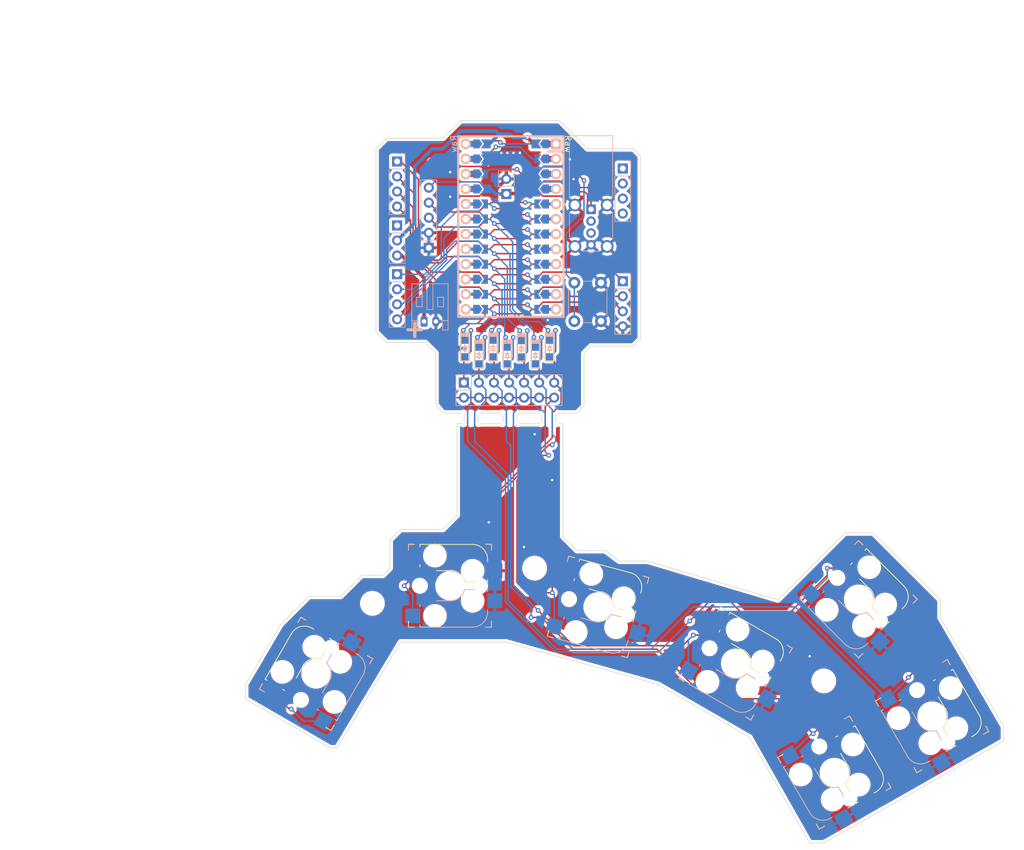
<source format=kicad_pcb>
(kicad_pcb (version 20211014) (generator pcbnew)
  (layers (0 "F.Cu" signal) (31 "B.Cu" signal) (34 "B.Paste" user) (35 "F.Paste" user) (36 "B.SilkS" user "B.Silkscreen") (37 "F.SilkS" user "F.Silkscreen") (38 "B.Mask" user) (39 "F.Mask" user) (44 "Edge.Cuts" user))
  (net 0 "")
  (net 1 "unconnected-(U1-Pad20)")
  (net 2 "RST")
  (net 3 "Bat+")
  (net 4 "row0")
  (net 5 "row1")
  (net 6 "row2")
  (net 7 "row3")
  (net 8 "row4")
  (net 9 "col0")
  (net 10 "col1")
  (net 11 "col2")
  (net 12 "col3")
  (net 13 "col4")
  (net 14 "col5")
  (net 15 "col6")
  (net 16 "GND")
  (net 17 "unconnected-(U1-Pad1)")
  (net 18 "unconnected-(U1-Pad2)")
  (net 19 "unconnected-(U1-Pad7)")
  (net 21 "Net-(D40-Pad2)")
  (net 22 "Net-(D41-Pad2)")
  (net 23 "Net-(D42-Pad2)")
  (net 24 "Net-(D43-Pad2)")
  (net 25 "Net-(D44-Pad2)")
  (net 26 "Net-(D45-Pad2)")
  (net 27 "Net-(D46-Pad2)")
  (net 28 "VCC")
  (net 29 "SDA")
  (net 30 "SCL")
  (net 34 "Net-(BT1-Pad1)")
  (footprint "mykeeb:Kailh_socket_MX_reversible_1u" (layer "F.Cu") (at 152.922666 115.377498 -45)
    (fp_text reference "K46" hide)
    (fp_text value "KEYSW")
  )
  (footprint "mykeeb:breakaway" (layer "F.Cu") (at 100.607897 83.939133)
    (fp_text reference "H3" hide)
    (fp_text value "Hole" hide)
  )
  (footprint "mykeeb:Kailh_socket_MX_reversible_1u" (layer "F.Cu") (at 165.326048 135.136051 -60)
    (fp_text reference "K45" hide)
    (fp_text value "KEYSW")
  )
  (footprint "mykeeb:my_dual_D_SOD123F_v2b" (layer "F.Cu") (at 86.453501 69.969023 -90)
    (fp_text reference "D46" hide)
    (fp_text value "DIODE" hide)
  )
  (footprint "mykeeb:my_dual_D_SOD123F_v2b" (layer "F.Cu") (at 88.834753 71.159649 -90)
    (fp_text reference "D45" hide)
    (fp_text value "DIODE" hide)
  )
  (footprint "mykeeb:breakaway" (layer "F.Cu") (at 94.059454 83.939133)
    (fp_text reference "H1" hide)
    (fp_text value "Hole" hide)
  )
  (footprint "mykeeb:my_dual_D_SOD123F_v2b" (layer "F.Cu") (at 93.597257 71.159649 -90)
    (fp_text reference "D43" hide)
    (fp_text value "DIODE" hide)
  )
  (footprint "mykeeb:Kailh_socket_MX_reversible_1u" (layer "F.Cu") (at 83.939133 113.10947)
    (fp_text reference "K41" hide)
    (fp_text value "KEYSW")
  )
  (footprint "mykeeb:my_dual_D_SOD123F_v2b" (layer "F.Cu") (at 91.216005 69.969023 -90)
    (fp_text reference "D44" hide)
    (fp_text value "DIODE" hide)
  )
  (footprint "Fiducial:Fiducial_1mm_Mask2mm" (layer "F.Cu") (at 105.965714 58.340674)
    (fp_text reference "FID3" hide)
    (fp_text value "Fiducial")
  )
  (footprint "mykeeb:Kailh_socket_MX_reversible_1.25u" (layer "F.Cu") (at 108.942279 116.681348 -15)
    (fp_text reference "K42" hide)
    (fp_text value "KEYSW")
  )
  (footprint "mykeeb:Kailh_socket_MX_reversible_1u" (layer "F.Cu") (at 148.82825 144.661059 -60)
    (fp_text reference "K44" hide)
    (fp_text value "KEYSW")
  )
  (footprint "mykeeb:breakaway" (layer "F.Cu") (at 87.511011 83.939133)
    (fp_text reference "H2" hide)
    (fp_text value "Hole" hide)
  )
  (footprint "mykeeb:Kailh_socket_MX_reversible_1u" (layer "F.Cu") (at 61.317239 127.992295 60)
    (fp_text reference "K40" hide)
    (fp_text value "KEYSW")
  )
  (footprint "MountingHole:MountingHole_3.2mm_M3" (layer "F.Cu") (at 70.842247 116.086035)
    (fp_text reference "H5" hide)
    (fp_text value "MountingHole")
  )
  (footprint "mykeeb:my_dual_D_SOD123F_v2b" (layer "F.Cu") (at 95.978509 70.018771 -90)
    (fp_text reference "D42" hide)
    (fp_text value "DIODE" hide)
  )
  (footprint "mykeeb:Kailh_socket_MX_reversible_1u" (layer "F.Cu") (at 132.159486 126.206356 -30)
    (fp_text reference "K43" hide)
    (fp_text value "KEYSW")
  )
  (footprint "Fiducial:Fiducial_1mm_Mask2mm" (layer "F.Cu") (at 80.962568 41.67191)
    (fp_text reference "FID1" hide)
    (fp_text value "Fiducial")
  )
  (footprint "MountingHole:MountingHole_3.2mm_M3" (layer "F.Cu") (at 147.042311 129.182921)
    (fp_text reference "H4" hide)
    (fp_text value "MountingHole")
  )
  (footprint "mykeeb:adapterBoard" (layer "F.Cu") (at 94.059454 58.340674)
    (fp_text reference "J1" hide)
    (fp_text value "Conn_01x16_Female")
  )
  (footprint "Fiducial:Fiducial_1mm_Mask2mm" (layer "F.Cu") (at 104.775088 80.962568)
    (fp_text reference "FID2" hide)
    (fp_text value "Fiducial")
  )
  (footprint "mykeeb:my_dual_D_SOD123F_v2b" (layer "F.Cu") (at 98.359761 71.159649 -90)
    (fp_text reference "D41" hide)
    (fp_text value "DIODE" hide)
  )
  (footprint "MountingHole:MountingHole_3.2mm_M3" (layer "F.Cu") (at 98.226645 110.132905)
    (fp_text reference "H6" hide)
    (fp_text value "MountingHole")
  )
  (footprint "mykeeb:my_dual_D_SOD123F_v2b" (layer "F.Cu") (at 100.741013 69.969023 -90)
    (fp_text reference "D40" hide)
    (fp_text value "DIODE" hide)
  )
  (footprint "Connector_PinHeader_2.54mm:PinHeader_2x07_P2.54mm_Vertical" (layer "B.Cu") (at 86.285257 78.789718 -90)
    (fp_text reference "J3" hide)
    (fp_text value "Conn_02x07_Odd_Even")
  )
  (footprint "Connector_PinHeader_2.54mm:PinHeader_1x03_P2.54mm_Vertical" (layer "B.Cu") (at 75.009438 52.243796 180)
    (fp_text reference "SW2" hide)
    (fp_text value "SW_SPDT")
  )
  (footprint "Connector_PinSocket_2.54mm:PinSocket_1x05_P2.54mm_Vertical" (layer "B.Cu") (at 80.367152 56.018755)
    (fp_text reference "J11" hide)
    (fp_text value "Conn_01x05")
  )
  (footprint "Connector_USB:USB_A_Wuerth_614004134726_Horizontal" (layer "B.Cu") (at 107.751653 49.519727 -90)
    (fp_text reference "J4" hide)
    (fp_text value "USB_A")
  )
  (footprint "mykeeb:my_reversible_Pro_Micro" (layer "B.Cu") (at 94.219196 52.437182 -90)
    (fp_text reference "U1" hide)
    (fp_text value "ProMicro" hide)
  )
  (footprint "Connector_PinHeader_2.54mm:PinHeader_1x02_P2.54mm_Vertical" (layer "B.Cu") (at 93.448853 46.930312)
    (fp_text reference "J2" hide)
    (fp_text value "Conn_01x02")
  )
  (footprint "Button_Switch_THT:SW_PUSH_6mm" (layer "B.Cu") (at 104.931237 61.912552 -90)
    (fp_text reference "SW1" hide)
    (fp_text value "SW_Push")
  )
  (footprint "Connector_JST:JST_PH_S2B-PH-K_1x02_P2.00mm_Horizontal" (layer "B.Cu") (at 79.557881 68.460995)
    (fp_text reference "BT1" hide)
    (fp_text value "Battery_Cell")
  )
  (gr_rect (start 88.701637 83.939133) (end 92.868828 85.725072) (layer "Edge.Cuts") (width 0.1) (fill none))
  (gr_rect (start 95.25008 83.939133) (end 99.417271 85.725072) (layer "Edge.Cuts") (width 0.1) (fill none))
  (gr_poly (pts (xy 107.15634 39.290658) (xy 114.895409 39.290658) (xy 116.086035 40.481284) (xy 116.086035 71.43756) (xy 114.895409 72.628186) (xy 107.751653 72.628186) (xy 106.561027 73.818812) (xy 106.561027 82.748507) (xy 105.370401 83.939133) (xy 101.798523 83.939133) (xy 101.798523 85.725072) (xy 102.989149 85.725072) (xy 102.989149 104.775088) (xy 105.370401 107.15634) (xy 110.132905 107.15634) (xy 112.514157 108.942279) (xy 117.276661 108.942279) (xy 139.303242 115.490722) (xy 150.614189 104.179775) (xy 155.376693 104.179775) (xy 166.68764 115.490722) (xy 166.68764 118.467287) (xy 177.403274 136.92199) (xy 177.403274 139.303242) (xy 147.042311 156.567319) (xy 144.661059 156.567319) (xy 134.540738 138.707929) (xy 119.0626 129.778234) (xy 93.464141 122.634478) (xy 75.604751 122.634478) (xy 64.889117 140.493868) (xy 63.698491 140.493868) (xy 49.410979 132.223597) (xy 49.410979 129.778234) (xy 55.364109 119.657913) (xy 60.126613 114.895409) (xy 65.48443 114.895409) (xy 69.056308 111.323531) (xy 72.628186 111.323531) (xy 73.818812 110.132905) (xy 73.818812 105.370401) (xy 75.604751 103.584462) (xy 82.748507 103.584462) (xy 85.129759 101.20321) (xy 85.129759 85.725072) (xy 86.320385 85.725072) (xy 86.320385 83.939133) (xy 82.748507 83.939133) (xy 81.557881 82.520344) (xy 81.557881 73.818812) (xy 79.771942 72.032873) (xy 73.223499 72.032873) (xy 71.43756 70.246934) (xy 71.43756 39.290658) (xy 73.223499 37.504719) (xy 82.748507 37.504719) (xy 85.725072 34.528154) (xy 102.418733 34.528154)) (layer "Edge.Cuts") (width 0.1) (fill none))
  (gr_text "+" (at 77.986003 69.651621) (layer "B.SilkS") (effects (font (size 3 3) (thickness 0.5)) (justify mirror)))
  (gr_text "+" (at 77.986003 69.651621) (layer "F.SilkS") (effects (font (size 3 3) (thickness 0.5))))
  (segment (start 97.775196 48.627182) (end 97.013196 49.389182) (width 0.25) (layer "F.Cu") (net 1))
  (segment (start 98.689196 48.627182) (end 97.775196 48.627182) (width 0.25) (layer "F.Cu") (net 1))
  (segment (start 97.013196 49.389182) (end 91.425196 49.389182) (width 0.25) (layer "F.Cu") (net 1))
  (via (at 91.425196 49.389182) (size 0.8) (drill 0.4) (layers "F.Cu" "B.Cu") (net 1))
  (segment (start 89.827196 48.627182) (end 90.663196 48.627182) (width 0.25) (layer "B.Cu") (net 1))
  (segment (start 90.663196 48.627182) (end 91.425196 49.389182) (width 0.25) (layer "B.Cu") (net 1))
  (segment (start 96.701071 43.547182) (end 96.018853 43.547182) (width 0.25) (layer "F.Cu") (net 2))
  (segment (start 98.689196 43.288242) (end 99.631067 42.346371) (width 0.25) (layer "F.Cu") (net 2))
  (segment (start 96.018853 43.547182) (end 95.234792 42.763121) (width 0.25) (layer "F.Cu") (net 2))
  (segment (start 99.631067 42.346371) (end 104.258923 42.346371) (width 0.25) (layer "F.Cu") (net 2))
  (segment (start 104.258923 42.346371) (end 106.561027 44.648475) (width 0.25) (layer "F.Cu") (net 2))
  (segment (start 98.689196 43.547182) (end 96.701071 43.547182) (width 0.25) (layer "F.Cu") (net 2))
  (segment (start 98.689196 43.547182) (end 98.689196 43.288242) (width 0.25) (layer "F.Cu") (net 2))
  (via (at 106.561027 44.648475) (size 0.8) (drill 0.4) (layers "F.Cu" "B.Cu") (net 2))
  (via (at 95.234792 42.763121) (size 0.8) (drill 0.4) (layers "F.Cu" "B.Cu") (net 2))
  (segment (start 90.611257 42.763121) (end 89.827196 43.547182) (width 0.25) (layer "B.Cu") (net 2))
  (segment (start 103.584462 53.57817) (end 103.584462 60.565777) (width 0.25) (layer "B.Cu") (net 2))
  (segment (start 95.234792 42.763121) (end 90.611257 42.763121) (width 0.25) (layer "B.Cu") (net 2))
  (segment (start 103.584462 60.565777) (end 104.931237 61.912552) (width 0.25) (layer "B.Cu") (net 2))
  (segment (start 106.561027 50.601605) (end 103.584462 53.57817) (width 0.25) (layer "B.Cu") (net 2))
  (segment (start 104.931237 68.506267) (end 104.931237 62.006267) (width 0.25) (layer "B.Cu") (net 2))
  (segment (start 106.561027 44.648475) (end 106.561027 50.601605) (width 0.25) (layer "B.Cu") (net 2))
  (segment (start 98.082609 38.467182) (end 97.020731 37.405304) (width 0.6) (layer "F.Cu") (net 3))
  (segment (start 98.689196 38.467182) (end 98.082609 38.467182) (width 0.25) (layer "F.Cu") (net 3))
  (via (at 97.020731 37.405304) (size 0.8) (drill 0.4) (layers "F.Cu" "B.Cu") (net 3))
  (segment (start 92.258227 36.809991) (end 92.1741 36.809991) (width 0.6) (layer "B.Cu") (net 3))
  (segment (start 94.044166 36.809991) (end 94.639479 37.405304) (width 0.6) (layer "B.Cu") (net 3))
  (segment (start 92.85354 36.809991) (end 94.044166 36.809991) (width 0.6) (layer "B.Cu") (net 3))
  (segment (start 80.962568 39.290658) (end 77.986003 42.267223) (width 0.6) (layer "B.Cu") (net 3))
  (segment (start 94.639479 37.405304) (end 95.830105 37.405304) (width 0.6) (layer "B.Cu") (net 3))
  (segment (start 77.986003 42.267223) (end 77.986003 51.807231) (width 0.6) (layer "B.Cu") (net 3))
  (segment (start 89.827196 38.467182) (end 90.601036 38.467182) (width 0.25) (layer "B.Cu") (net 3))
  (segment (start 90.601036 38.467182) (end 92.258227 36.809991) (width 0.6) (layer "B.Cu") (net 3))
  (segment (start 91.678202 36.314093) (end 85.725072 36.314093) (width 0.6) (layer "B.Cu") (net 3))
  (segment (start 92.258227 36.809991) (end 92.85354 36.809991) (width 0.6) (layer "B.Cu") (net 3))
  (segment (start 92.1741 36.809991) (end 91.678202 36.314093) (width 0.6) (layer "B.Cu") (net 3))
  (segment (start 82.748507 39.290658) (end 80.962568 39.290658) (width 0.6) (layer "B.Cu") (net 3))
  (segment (start 77.986003 51.807231) (end 75.009438 54.783796) (width 0.6) (layer "B.Cu") (net 3))
  (segment (start 85.725072 36.314093) (end 82.748507 39.290658) (width 0.6) (layer "B.Cu") (net 3))
  (segment (start 95.830105 37.405304) (end 97.020731 37.405304) (width 0.6) (layer "B.Cu") (net 3))
  (segment (start 80.111927 58.112552) (end 78.606316 56.606941) (width 0.25) (layer "F.Cu") (net 4))
  (segment (start 82.178194 58.112552) (end 80.111927 58.112552) (width 0.25) (layer "F.Cu") (net 4))
  (segment (start 78.606316 44.420353) (end 75.62971 41.443747) (width 0.25) (layer "F.Cu") (net 4))
  (segment (start 88.748947 54.907993) (end 85.382753 54.907993) (width 0.25) (layer "F.Cu") (net 4))
  (segment (start 85.382753 54.907993) (end 82.178194 58.112552) (width 0.25) (layer "F.Cu") (net 4))
  (segment (start 89.829196 55.988242) (end 88.748947 54.907993) (width 0.25) (layer "F.Cu") (net 4))
  (segment (start 89.829196 56.247182) (end 89.829196 55.988242) (width 0.25) (layer "F.Cu") (net 4))
  (segment (start 90.663196 56.247182) (end 89.829196 56.247182) (width 0.25) (layer "F.Cu") (net 4))
  (segment (start 78.606316 56.606941) (end 78.606316 44.420353) (width 0.25) (layer "F.Cu") (net 4))
  (segment (start 97.013196 55.485182) (end 91.425196 55.485182) (width 0.25) (layer "F.Cu") (net 4))
  (segment (start 75.62971 41.443747) (end 75.034335 41.443747) (width 0.25) (layer "F.Cu") (net 4))
  (segment (start 91.425196 55.485182) (end 90.663196 56.247182) (width 0.25) (layer "F.Cu") (net 4))
  (via (at 97.013196 55.485182) (size 0.8) (drill 0.4) (layers "F.Cu" "B.Cu") (net 4))
  (segment (start 98.687196 56.247182) (end 97.775196 56.247182) (width 0.25) (layer "B.Cu") (net 4))
  (segment (start 97.775196 56.247182) (end 97.013196 55.485182) (width 0.25) (layer "B.Cu") (net 4))
  (segment (start 89.829196 58.528242) (end 88.818193 57.517239) (width 0.25) (layer "F.Cu") (net 5))
  (segment (start 91.425196 58.025182) (end 90.663196 58.787182) (width 0.25) (layer "F.Cu") (net 5))
  (segment (start 90.663196 58.787182) (end 89.829196 58.787182) (width 0.25) (layer "F.Cu") (net 5))
  (segment (start 89.829196 58.787182) (end 89.829196 58.528242) (width 0.25) (layer "F.Cu") (net 5))
  (segment (start 79.92573 58.562072) (end 78.156796 56.793138) (width 0.25) (layer "F.Cu") (net 5))
  (segment (start 78.156796 56.793138) (end 78.156796 47.106208) (width 0.25) (layer "F.Cu") (net 5))
  (segment (start 82.364391 58.562072) (end 79.92573 58.562072) (width 0.25) (layer "F.Cu") (net 5))
  (segment (start 83.409225 57.517239) (end 82.364391 58.562072) (width 0.25) (layer "F.Cu") (net 5))
  (segment (start 97.013196 58.025182) (end 91.425196 58.025182) (width 0.25) (layer "F.Cu") (net 5))
  (segment (start 88.818193 57.517239) (end 83.409225 57.517239) (width 0.25) (layer "F.Cu") (net 5))
  (segment (start 78.156796 47.106208) (end 75.034335 43.983747) (width 0.25) (layer "F.Cu") (net 5))
  (via (at 97.013196 58.025182) (size 0.8) (drill 0.4) (layers "F.Cu" "B.Cu") (net 5))
  (segment (start 98.687196 58.787182) (end 97.775196 58.787182) (width 0.25) (layer "B.Cu") (net 5))
  (segment (start 97.775196 58.787182) (end 97.013196 58.025182) (width 0.25) (layer "B.Cu") (net 5))
  (segment (start 77.707276 56.979335) (end 77.707276 49.196688) (width 0.25) (layer "F.Cu") (net 6))
  (segment (start 90.663196 61.327182) (end 89.829196 61.327182) (width 0.25) (layer "F.Cu") (net 6))
  (segment (start 97.013196 60.565182) (end 91.425196 60.565182) (width 0.25) (layer "F.Cu") (net 6))
  (segment (start 88.887325 60.126371) (end 80.854312 60.126371) (width 0.25) (layer "F.Cu") (net 6))
  (segment (start 89.829196 61.068242) (end 88.887325 60.126371) (width 0.25) (layer "F.Cu") (net 6))
  (segment (start 91.425196 60.565182) (end 90.663196 61.327182) (width 0.25) (layer "F.Cu") (net 6))
  (segment (start 80.854312 60.126371) (end 77.707276 56.979335) (width 0.25) (layer "F.Cu") (net 6))
  (segment (start 77.707276 49.196688) (end 75.034335 46.523747) (width 0.25) (layer "F.Cu") (net 6))
  (via (at 97.013196 60.565182) (size 0.8) (drill 0.4) (layers "F.Cu" "B.Cu") (net 6))
  (segment (start 97.775196 61.327182) (end 97.013196 60.565182) (width 0.25) (layer "B.Cu") (net 6))
  (segment (start 98.687196 61.327182) (end 97.775196 61.327182) (width 0.25) (layer "B.Cu") (net 6))
  (segment (start 91.425196 63.105182) (end 90.663196 63.867182) (width 0.25) (layer "F.Cu") (net 7))
  (segment (start 97.013196 63.105182) (end 91.425196 63.105182) (width 0.25) (layer "F.Cu") (net 7))
  (segment (start 88.887325 62.666371) (end 82.758594 62.666371) (width 0.25) (layer "F.Cu") (net 7))
  (segment (start 82.758594 62.666371) (end 77.257756 57.165532) (width 0.25) (layer "F.Cu") (net 7))
  (segment (start 89.829196 63.608242) (end 88.887325 62.666371) (width 0.25) (layer "F.Cu") (net 7))
  (segment (start 77.257756 51.287168) (end 75.034335 49.063747) (width 0.25) (layer "F.Cu") (net 7))
  (segment (start 77.257756 57.165532) (end 77.257756 51.287168) (width 0.25) (layer "F.Cu") (net 7))
  (segment (start 89.829196 63.867182) (end 89.829196 63.608242) (width 0.25) (layer "F.Cu") (net 7))
  (segment (start 90.663196 63.867182) (end 89.829196 63.867182) (width 0.25) (layer "F.Cu") (net 7))
  (via (at 97.013196 63.105182) (size 0.8) (drill 0.4) (layers "F.Cu" "B.Cu") (net 7))
  (segment (start 98.687196 63.867182) (end 97.775196 63.867182) (width 0.25) (layer "B.Cu") (net 7))
  (segment (start 97.775196 63.867182) (end 97.013196 63.105182) (width 0.25) (layer "B.Cu") (net 7))
  (segment (start 84.380249 80.734405) (end 84.380249 70.018771) (width 0.25) (layer "F.Cu") (net 8))
  (segment (start 93.905257 81.329718) (end 91.365257 81.329718) (width 0.25) (layer "F.Cu") (net 8))
  (segment (start 100.012584 86.915698) (end 99.417271 87.511011) (width 0.25) (layer "F.Cu") (net 8))
  (segment (start 89.829196 67.546389) (end 89.829196 66.407182) (width 0.25) (layer "F.Cu") (net 8))
  (segment (start 97.013196 65.645182) (end 91.425196 65.645182) (width 0.25) (layer "F.Cu") (net 8))
  (segment (start 85.570875 68.828145) (end 88.54744 68.828145) (width 0.25) (layer "F.Cu") (net 8))
  (segment (start 101.525257 81.329718) (end 100.012584 82.842391) (width 0.25) (layer "F.Cu") (net 8))
  (segment (start 98.985257 81.329718) (end 96.445257 81.329718) (width 0.25) (layer "F.Cu") (net 8))
  (segment (start 84.380249 70.018771) (end 85.570875 68.828145) (width 0.25) (layer "F.Cu") (net 8))
  (segment (start 88.825257 81.329718) (end 86.285257 81.329718) (width 0.25) (layer "F.Cu") (net 8))
  (segment (start 91.425196 65.645182) (end 90.663196 66.407182) (width 0.25) (layer "F.Cu") (net 8))
  (segment (start 91.365257 81.329718) (end 88.825257 81.329718) (width 0.25) (layer "F.Cu") (net 8))
  (segment (start 101.525257 81.329718) (end 98.985257 81.329718) (width 0.25) (layer "F.Cu") (net 8))
  (segment (start 86.285257 81.329718) (end 84.975562 81.329718) (width 0.25) (layer "F.Cu") (net 8))
  (segment (start 96.445257 81.329718) (end 93.905257 81.329718) (width 0.25) (layer "F.Cu") (net 8))
  (segment (start 100.012584 82.842391) (end 100.012584 86.915698) (width 0.25) (layer "F.Cu") (net 8))
  (segment (start 90.663196 66.407182) (end 89.829196 66.407182) (width 0.25) (layer "F.Cu") (net 8))
  (segment (start 99.417271 87.511011) (end 98.226645 87.511011) (width 0.25) (layer "F.Cu") (net 8))
  (segment (start 84.975562 81.329718) (end 84.380249 80.734405) (width 0.25) (layer "F.Cu") (net 8))
  (segment (start 88.54744 68.828145) (end 89.829196 67.546389) (width 0.25) (layer "F.Cu") (net 8))
  (via (at 97.013196 65.645182) (size 0.8) (drill 0.4) (layers "F.Cu" "B.Cu") (net 8))
  (via (at 101.20321 95.25008) (size 0.8) (drill 0.4) (layers "F.Cu" "B.Cu") (net 8))
  (via (at 98.226645 87.511011) (size 0.8) (drill 0.4) (layers "F.Cu" "B.Cu") (net 8))
  (via (at 96.440706 106.561027) (size 0.8) (drill 0.4) (layers "F.Cu" "B.Cu") (net 8))
  (via (at 90.487576 102.393836) (size 0.8) (drill 0.4) (layers "F.Cu" "B.Cu") (net 8))
  (via (at 144.661059 125.01573) (size 0.8) (drill 0.4) (layers "F.Cu" "B.Cu") (net 8))
  (segment (start 98.687196 66.407182) (end 97.775196 66.407182) (width 0.25) (layer "B.Cu") (net 8))
  (segment (start 97.775196 66.407182) (end 97.013196 65.645182) (width 0.25) (layer "B.Cu") (net 8))
  (segment (start 97.775196 51.167182) (end 97.013196 51.929182) (width 0.25) (layer "F.Cu") (net 9))
  (segment (start 97.013196 51.929182) (end 91.425196 51.929182) (width 0.25) (layer "F.Cu") (net 9))
  (segment (start 98.689196 51.167182) (end 97.775196 51.167182) (width 0.25) (layer "F.Cu") (net 9))
  (via (at 91.425196 51.929182) (size 0.8) (drill 0.4) (layers "F.Cu" "B.Cu") (net 9))
  (segment (start 99.015652 68.497662) (end 96.61883 68.497662) (width 0.25) (layer "B.Cu") (net 9))
  (segment (start 89.827196 50.908242) (end 88.746947 49.827993) (width 0.25) (layer "B.Cu") (net 9))
  (segment (start 94.521115 55.025101) (end 91.425196 51.929182) (width 0.25) (layer "B.Cu") (net 9))
  (segment (start 82.469677 57.699711) (end 79.675627 60.493763) (width 0.25) (layer "B.Cu") (net 9))
  (segment (start 94.521115 66.399947) (end 94.521115 55.025101) (width 0.25) (layer "B.Cu") (net 9))
  (segment (start 85.104792 49.827993) (end 82.469677 52.463108) (width 0.25) (layer "B.Cu") (net 9))
  (segment (start 82.469677 52.463108) (end 82.469677 57.699711) (width 0.25) (layer "B.Cu") (net 9))
  (segment (start 96.61883 68.497662) (end 94.521115 66.399947) (width 0.25) (layer "B.Cu") (net 9))
  (segment (start 89.827196 51.167182) (end 89.827196 50.908242) (width 0.25) (layer "B.Cu") (net 9))
  (segment (start 88.746947 49.827993) (end 85.104792 49.827993) (width 0.25) (layer "B.Cu") (net 9))
  (segment (start 89.827196 51.167182) (end 90.663196 51.167182) (width 0.25) (layer "B.Cu") (net 9))
  (segment (start 90.663196 51.167182) (end 91.425196 51.929182) (width 0.25) (layer "B.Cu") (net 9))
  (segment (start 79.675627 60.493763) (end 75.034335 60.493763) (width 0.25) (layer "B.Cu") (net 9))
  (segment (start 100.487013 69.969023) (end 99.015652 68.497662) (width 0.25) (layer "B.Cu") (net 9))
  (segment (start 97.013196 54.469182) (end 91.425196 54.469182) (width 0.25) (layer "F.Cu") (net 10))
  (segment (start 97.775196 53.707182) (end 97.013196 54.469182) (width 0.25) (layer "F.Cu") (net 10))
  (segment (start 98.689196 53.707182) (end 97.775196 53.707182) (width 0.25) (layer "F.Cu") (net 10))
  (via (at 91.425196 54.469182) (size 0.8) (drill 0.4) (layers "F.Cu" "B.Cu") (net 10))
  (segment (start 90.663196 53.707182) (end 91.425196 54.469182) (width 0.25) (layer "B.Cu") (net 10))
  (segment (start 96.947534 68.947182) (end 98.105761 70.105409) (width 0.25) (layer "B.Cu") (net 10))
  (segment (start 77.771342 63.033763) (end 75.034335 63.033763) (width 0.25) (layer "B.Cu") (net 10))
  (segment (start 89.827196 53.707182) (end 90.663196 53.707182) (width 0.25) (layer "B.Cu") (net 10))
  (segment (start 91.425196 54.469182) (end 94.071595 57.115581) (width 0.25) (layer "B.Cu") (net 10))
  (segment (start 94.071595 66.586144) (end 96.432633 68.947182) (width 0.25) (layer "B.Cu") (net 10))
  (segment (start 82.919197 54.39484) (end 82.919197 57.885908) (width 0.25) (layer "B.Cu") (net 10))
  (segment (start 98.105761 70.105409) (end 98.105761 71.159649) (width 0.25) (layer "B.Cu") (net 10))
  (segment (start 84.807666 52.506371) (end 82.919197 54.39484) (width 0.25) (layer "B.Cu") (net 10))
  (segment (start 88.885325 52.506371) (end 84.807666 52.506371) (width 0.25) (layer "B.Cu") (net 10))
  (segment (start 96.432633 68.947182) (end 96.947534 68.947182) (width 0.25) (layer "B.Cu") (net 10))
  (segment (start 82.919197 57.885908) (end 77.771342 63.033763) (width 0.25) (layer "B.Cu") (net 10))
  (segment (start 89.827196 53.448242) (end 88.885325 52.506371) (width 0.25) (layer "B.Cu") (net 10))
  (segment (start 89.827196 53.707182) (end 89.827196 53.448242) (width 0.25) (layer "B.Cu") (net 10))
  (segment (start 94.071595 57.115581) (end 94.071595 66.586144) (width 0.25) (layer "B.Cu") (net 10))
  (segment (start 97.775196 56.247182) (end 97.013196 57.009182) (width 0.25) (layer "F.Cu") (net 11))
  (segment (start 97.013196 57.009182) (end 91.425196 57.009182) (width 0.25) (layer "F.Cu") (net 11))
  (segment (start 98.689196 56.247182) (end 97.775196 56.247182) (width 0.25) (layer "F.Cu") (net 11))
  (via (at 91.425196 57.009182) (size 0.8) (drill 0.4) (layers "F.Cu" "B.Cu") (net 11))
  (segment (start 89.827196 56.247182) (end 89.827196 55.988242) (width 0.25) (layer "B.Cu") (net 11))
  (segment (start 90.663196 56.247182) (end 91.425196 57.009182) (width 0.25) (layer "B.Cu") (net 11))
  (segment (start 93.622075 67.916337) (end 95.724509 70.018771) (width 0.25) (layer "B.Cu") (net 11))
  (segment (start 84.787296 54.907993) (end 83.368717 56.326572) (width 0.25) (layer "B.Cu") (net 11))
  (segment (start 93.622075 59.206061) (end 93.622075 67.916337) (width 0.25) (layer "B.Cu") (net 11))
  (segment (start 91.425196 57.009182) (end 93.622075 59.206061) (width 0.25) (layer "B.Cu") (net 11))
  (segment (start 89.827196 56.247182) (end 90.663196 56.247182) (width 0.25) (layer "B.Cu") (net 11))
  (segment (start 75.86706 65.573763) (end 75.034335 65.573763) (width 0.25) (layer "B.Cu") (net 11))
  (segment (start 83.368717 58.072106) (end 75.86706 65.573763) (width 0.25) (layer "B.Cu") (net 11))
  (segment (start 88.746947 54.907993) (end 84.787296 54.907993) (width 0.25) (layer "B.Cu") (net 11))
  (segment (start 83.368717 56.326572) (end 83.368717 58.072106) (width 0.25) (layer "B.Cu") (net 11))
  (segment (start 89.827196 55.988242) (end 88.746947 54.907993) (width 0.25) (layer "B.Cu") (net 11))
  (segment (start 98.689196 58.787182) (end 97.775196 58.787182) (width 0.25) (layer "F.Cu") (net 12))
  (segment (start 97.775196 58.787182) (end 97.013196 59.549182) (width 0.25) (layer "F.Cu") (net 12))
  (segment (start 97.013196 59.549182) (end 91.425196 59.549182) (width 0.25) (layer "F.Cu") (net 12))
  (via (at 91.425196 59.549182) (size 0.8) (drill 0.4) (layers "F.Cu" "B.Cu") (net 12))
  (segment (start 76.820274 66.327824) (end 75.034335 68.113763) (width 0.25) (layer "B.Cu") (net 12))
  (segment (start 89.827196 58.787182) (end 90.663196 58.787182) (width 0.25) (layer "B.Cu") (net 12))
  (segment (start 89.827196 58.528242) (end 88.746947 57.447993) (width 0.25) (layer "B.Cu") (net 12))
  (segment (start 89.827196 58.787182) (end 89.827196 58.528242) (width 0.25) (layer "B.Cu") (net 12))
  (segment (start 90.663196 58.787182) (end 91.425196 59.549182) (width 0.25) (layer "B.Cu") (net 12))
  (segment (start 93.172555 61.296541) (end 93.172555 70.988947) (width 0.25) (layer "B.Cu") (net 12))
  (segment (start 76.820274 65.256267) (end 76.820274 66.327824) (width 0.25) (layer "B.Cu") (net 12))
  (segment (start 84.628548 57.447993) (end 76.820274 65.256267) (width 0.25) (layer "B.Cu") (net 12))
  (segment (start 88.746947 57.447993) (end 84.628548 57.447993) (width 0.25) (layer "B.Cu") (net 12))
  (segment (start 91.425196 59.549182) (end 93.172555 61.296541) (width 0.25) (layer "B.Cu") (net 12))
  (segment (start 93.172555 70.988947) (end 93.343257 71.159649) (width 0.25) (layer "B.Cu") (net 12))
  (segment (start 98.689196 61.068242) (end 99.631067 60.126371) (width 0.25) (layer "F.Cu") (net 13))
  (segment (start 98.689196 61.327182) (end 97.775196 61.327182) (width 0.25) (layer "F.Cu") (net 13))
  (segment (start 97.775196 61.327182) (end 97.013196 62.089182) (width 0.25) (layer "F.Cu") (net 13))
  (segment (start 98.689196 61.327182) (end 98.689196 61.068242) (width 0.25) (layer "F.Cu") (net 13))
  (segment (start 111.576349 60.126371) (end 113.134367 61.684389) (width 0.25) (layer "F.Cu") (net 13))
  (segment (start 99.631067 60.126371) (end 111.576349 60.126371) (width 0.25) (layer "F.Cu") (net 13))
  (segment (start 97.013196 62.089182) (end 91.425196 62.089182) (width 0.25) (layer "F.Cu") (net 13))
  (via (at 91.425196 62.089182) (size 0.8) (drill 0.4) (layers "F.Cu" "B.Cu") (net 13))
  (segment (start 91.425196 62.089182) (end 92.723035 63.387021) (width 0.25) (layer "B.Cu") (net 13))
  (segment (start 92.723035 63.387021) (end 92.723035 68.264833) (width 0.25) (layer "B.Cu") (net 13))
  (segment (start 90.663196 61.327182) (end 91.425196 62.089182) (width 0.25) (layer "B.Cu") (net 13))
  (segment (start 92.723035 68.264833) (end 91.018845 69.969023) (width 0.25) (layer "B.Cu") (net 13))
  (segment (start 91.018845 69.969023) (end 90.962005 69.969023) (width 0.25) (layer "B.Cu") (net 13))
  (segment (start 89.827196 61.327182) (end 90.663196 61.327182) (width 0.25) (layer "B.Cu") (net 13))
  (segment (start 104.36342 64.224389) (end 113.134367 64.224389) (width 0.25) (layer "F.Cu") (net 14))
  (segment (start 99.631067 62.666371) (end 102.805402 62.666371) (width 0.25) (layer "F.Cu") (net 14))
  (segment (start 98.689196 63.867182) (end 98.689196 63.608242) (width 0.25) (layer "F.Cu") (net 14))
  (segment (start 97.775196 63.867182) (end 97.013196 64.629182) (width 0.25) (layer "F.Cu") (net 14))
  (segment (start 102.805402 62.666371) (end 104.36342 64.224389) (width 0.25) (layer "F.Cu") (net 14))
  (segment (start 97.013196 64.629182) (end 91.425196 64.629182) (width 0.25) (layer "F.Cu") (net 14))
  (segment (start 98.689196 63.867182) (end 97.775196 63.867182) (width 0.25) (layer "F.Cu") (net 14))
  (segment (start 98.689196 63.608242) (end 99.631067 62.666371) (width 0.25) (layer "F.Cu") (net 14))
  (via (at 91.425196 64.629182) (size 0.8) (drill 0.4) (layers "F.Cu" "B.Cu") (net 14))
  (segment (start 92.273515 65.477501) (end 92.273515 68.078635) (width 0.25) (layer "B.Cu") (net 14))
  (segment (start 91.973525 68.378625) (end 91.361777 68.378625) (width 0.25) (layer "B.Cu") (net 14))
  (segment (start 92.273515 68.078635) (end 91.973525 68.378625) (width 0.25) (layer "B.Cu") (net 14))
  (segment (start 89.827196 63.867182) (end 90.663196 63.867182) (width 0.25) (layer "B.Cu") (net 14))
  (segment (start 90.663196 63.867182) (end 91.425196 64.629182) (width 0.25) (layer "B.Cu") (net 14))
  (segment (start 91.425196 64.629182) (end 92.273515 65.477501) (width 0.25) (layer "B.Cu") (net 14))
  (segment (start 91.361777 68.378625) (end 88.580753 71.159649) (width 0.25) (layer "B.Cu") (net 14))
  (segment (start 97.775196 66.407182) (end 97.013196 67.169182) (width 0.25) (layer "F.Cu") (net 15))
  (segment (start 98.689196 66.407182) (end 97.775196 66.407182) (width 0.25) (layer "F.Cu") (net 15))
  (segment (start 98.689196 66.148242) (end 99.631067 65.206371) (width 0.25) (layer "F.Cu") (net 15))
  (segment (start 111.576349 65.206371) (end 113.134367 66.764389) (width 0.25) (layer "F.Cu") (net 15))
  (segment (start 99.631067 65.206371) (end 111.576349 65.206371) (width 0.25) (layer "F.Cu") (net 15))
  (segment (start 98.689196 66.407182) (end 98.689196 66.148242) (width 0.25) (layer "F.Cu") (net 15))
  (segment (start 97.013196 67.169182) (end 91.425196 67.169182) (width 0.25) (layer "F.Cu") (net 15))
  (via (at 91.425196 67.169182) (size 0.8) (drill 0.4) (layers "F.Cu" "B.Cu") (net 15))
  (segment (start 90.663196 66.407182) (end 91.425196 67.169182) (width 0.25) (layer "B.Cu") (net 15))
  (segment (start 89.766233 68.828145) (end 91.425196 67.169182) (width 0.25) (layer "B.Cu") (net 15))
  (segment (start 89.827196 66.407182) (end 90.663196 66.407182) (width 0.25) (layer "B.Cu") (net 15))
  (segment (start 87.340379 68.828145) (end 89.766233 68.828145) (width 0.25) (layer "B.Cu") (net 15))
  (segment (start 86.199501 69.969023) (end 87.340379 68.828145) (width 0.25) (layer "B.Cu") (net 15))
  (segment (start 89.829196 46.346122) (end 88.887325 47.287993) (width 0.25) (layer "F.Cu") (net 16))
  (segment (start 88.887325 47.287993) (end 84.927824 47.287993) (width 0.25) (layer "F.Cu") (net 16))
  (segment (start 89.139197 42.277183) (end 84.916677 42.277183) (width 0.25) (layer "F.Cu") (net 16))
  (segment (start 84.073058 47.287993) (end 83.964133 47.396918) (width 0.25) (layer "F.Cu") (net 16))
  (segment (start 98.689196 41.007182) (end 98.283196 41.007182) (width 0.25) (layer "F.Cu") (net 16))
  (segment (start 89.829196 46.087182) (end 89.829196 46.346122) (width 0.25) (layer "F.Cu") (net 16))
  (segment (start 84.927824 47.287993) (end 84.073058 47.287993) (width 0.25) (layer "F.Cu") (net 16))
  (segment (start 90.409196 46.087182) (end 91.751983 46.087182) (width 0.6) (layer "F.Cu") (net 16))
  (segment (start 93.448853 42.285525) (end 95.743196 39.991182) (width 0.6) (layer "F.Cu") (net 16))
  (segment (start 97.013196 39.991182) (end 95.743196 39.991182) (width 0.6) (layer "F.Cu") (net 16))
  (segment (start 93.448853 44.390312) (end 93.448853 42.285525) (width 0.6) (layer "F.Cu") (net 16))
  (segment (start 90.409196 43.547182) (end 93.965196 39.991182) (width 0.6) (layer "F.Cu") (net 16))
  (segment (start 93.965196 39.991182) (end 95.743196 39.991182) (width 0.6) (layer "F.Cu") (net 16))
  (segment (start 89.829196 46.087182) (end 90.409196 46.087182) (width 0.25) (layer "F.Cu") (net 16))
  (segment (start 97.267196 40.245182) (end 97.013196 39.991182) (width 0.6) (layer "F.Cu") (net 16))
  (segment (start 89.829196 43.547182) (end 90.409196 43.547182) (width 0.25) (layer "F.Cu") (net 16))
  (segment (start 91.751983 46.087182) (end 93.448853 44.390312) (width 0.6) (layer "F.Cu") (net 16))
  (segment (start 98.029196 41.007182) (end 97.267196 40.245182) (width 0.6) (layer "F.Cu") (net 16))
  (segment (start 98.283196 41.007182) (end 98.029196 41.007182) (width 0.25) (layer "F.Cu") (net 16))
  (segment (start 90.409196 43.547182) (end 89.139197 42.277183) (width 0.25) (layer "F.Cu") (net 16))
  (segment (start 84.916677 42.277183) (end 83.964133 43.229727) (width 0.25) (layer "F.Cu") (net 16))
  (via (at 100.4537 68.232832) (size 0.8) (drill 0.4) (layers "F.Cu" "B.Cu") (net 16))
  (via (at 83.964133 43.229727) (size 0.8) (drill 0.4) (layers "F.Cu" "B.Cu") (net 16))
  (via (at 95.743196 39.991182) (size 0.8) (drill 0.4) (layers "F.Cu" "B.Cu") (net 16))
  (via (at 104.799985 44.420312) (size 0.8) (drill 0.4) (layers "F.Cu" "B.Cu") (net 16))
  (via (at 104.179775 41.076597) (size 0.8) (drill 0.4) (layers "F.Cu" "B.Cu") (net 16))
  (via (at 94.653196 39.991182) (size 0.8) (drill 0.4) (layers "F.Cu" "B.Cu") (net 16))
  (via (at 83.964133 47.396918) (size 0.8) (drill 0.4) (layers "F.Cu" "B.Cu") (net 16))
  (via (at 92.621196 39.991182) (size 0.8) (drill 0.4) (layers "F.Cu" "B.Cu") (net 16))
  (via (at 93.637196 39.991182) (size 0.8) (drill 0.4) (layers "F.Cu" "B.Cu") (net 16))
  (segment (start 99.629067 44.886371) (end 98.687196 45.828242) (width 0.25) (layer "B.Cu") (net 16))
  (segment (start 95.743196 41.515182) (end 95.743196 39.991182) (width 0.6) (layer "B.Cu") (net 16))
  (segment (start 97.028 67.818) (end 100.038868 67.818) (width 0.25) (layer "B.Cu") (net 16))
  (segment (start 99.767445 42.207993) (end 98.687196 43.288242) (width 0.25) (layer "B.Cu") (net 16))
  (segment (start 94.653196 39.991182) (end 93.637196 39.991182) (width 0.6) (layer "B.Cu") (net 16))
  (segment (start 98.687196 45.828242) (end 98.687196 46.087182) (width 0.25) (layer "B.Cu") (net 16))
  (segment (start 98.029196 46.087182) (end 97.644776 46.471602) (width 0.25) (layer "B.Cu") (net 16))
  (segment (start 97.775196 45.833182) (end 97.775196 43.547182) (width 0.6) (layer "B.Cu") (net 16))
  (segment (start 97.644776 46.471602) (end 97.479441 46.471602) (width 0.25) (layer "B.Cu") (net 16))
  (segment (start 98.687196 43.288242) (end 98.687196 43.547182) (width 0.25) (layer "B.Cu") (net 16))
  (segment (start 103.048379 42.207993) (end 99.767445 42.207993) (width 0.25) (layer "B.Cu") (net 16))
  (segment (start 98.687196 46.087182) (end 98.029196 46.087182) (width 0.25) (layer "B.Cu") (net 16))
  (segment (start 90.409196 41.007182) (end 89.827196 41.007182) (width 0.25) (layer "B.Cu") (net 16))
  (segment (start 95.743196 39.991182) (end 94.653196 39.991182) (width 0.6) (layer "B.Cu") (net 16))
  (segment (start 91.425196 39.991182) (end 90.409196 41.007182) (width 0.6) (layer "B.Cu") (net 16))
  (segment (start 97.479441 46.471602) (end 95.25 48.701043) (width 0.25) (layer "B.Cu") (net 16))
  (segment (start 92.621196 39.991182) (end 91.425196 39.991182) (width 0.6) (layer "B.Cu") (net 16))
  (segment (start 93.637196 39.991182) (end 92.621196 39.991182) (width 0.6) (layer "B.Cu") (net 16))
  (segment (start 98.687196 43.547182) (end 97.775196 43.547182) (width 0.25) (layer "B.Cu") (net 16))
  (segment (start 95.25 48.701043) (end 95.25 66.04) (width 0.25) (layer "B.Cu") (net 16))
  (segment (start 104.333926 44.886371) (end 99.629067 44.886371) (width 0.25) (layer "B.Cu") (net 16))
  (segment (start 98.687196 43.547182) (end 98.687196 43.069182) (width 0.25) (layer "B.Cu") (net 16))
  (segment (start 104.799985 44.420312) (end 104.333926 44.886371) (width 0.25) (layer "B.Cu") (net 16))
  (segment (start 97.775196 43.547182) (end 95.743196 41.515182) (width 0.6) (layer "B.Cu") (net 16))
  (segment (start 100.038868 67.818) (end 100.4537 68.232832) (width 0.25) (layer "B.Cu") (net 16))
  (segment (start 98.029196 46.087182) (end 97.775196 45.833182) (width 0.6) (layer "B.Cu") (net 16))
  (segment (start 104.179775 41.076597) (end 103.048379 42.207993) (width 0.25) (layer "B.Cu") (net 16))
  (segment (start 95.25 66.04) (end 97.028 67.818) (width 0.25) (layer "B.Cu") (net 16))
  (segment (start 92.187196 37.959182) (end 90.337196 37.959182) (width 0.25) (layer "F.Cu") (net 17))
  (segment (start 92.441196 38.213182) (end 92.187196 37.959182) (width 0.25) (layer "F.Cu") (net 17))
  (segment (start 90.337196 37.959182) (end 89.829196 38.467182) (width 0.25) (layer "F.Cu") (net 17))
  (via (at 92.441196 38.213182) (size 0.8) (drill 0.4) (layers "F.Cu" "B.Cu") (net 17))
  (segment (start 92.695196 38.467182) (end 98.687196 38.467182) (width 0.25) (layer "B.Cu") (net 17))
  (segment (start 92.441196 38.213182) (end 92.695196 38.467182) (width 0.25) (layer "B.Cu") (net 17))
  (segment (start 89.829196 40.825182) (end 91.679196 38.975182) (width 0.25) (layer "F.Cu") (net 18))
  (segment (start 89.829196 41.007182) (end 89.829196 40.825182) (width 0.25) (layer "F.Cu") (net 18))
  (via (at 91.679196 38.975182) (size 0.8) (drill 0.4) (layers "F.Cu" "B.Cu") (net 18))
  (segment (start 95.75181 38.975182) (end 97.78381 41.007182) (width 0.25) (layer "B.Cu") (net 18))
  (segment (start 91.679196 38.975182) (end 95.75181 38.975182) (width 0.25) (layer "B.Cu") (net 18))
  (segment (start 97.78381 41.007182) (end 98.687196 41.007182) (width 0.25) (layer "B.Cu") (net 18))
  (segment (start 97.013196 52.945182) (end 91.425196 52.945182) (width 0.25) (layer "F.Cu") (net 19))
  (segment (start 91.425196 52.945182) (end 90.663196 53.707182) (width 0.25) (layer "F.Cu") (net 19))
  (segment (start 90.663196 53.707182) (end 89.829196 53.707182) (width 0.25) (layer "F.Cu") (net 19))
  (via (at 97.013196 52.945182) (size 0.8) (drill 0.4) (layers "F.Cu" "B.Cu") (net 19))
  (segment (start 98.687196 53.707182) (end 97.775196 53.707182) (width 0.25) (layer "B.Cu") (net 19))
  (segment (start 97.775196 53.707182) (end 97.013196 52.945182) (width 0.25) (layer "B.Cu") (net 19))
  (segment (start 55.364109 122.634478) (end 55.364109 123.825104) (width 0.25) (layer "F.Cu") (net 21))
  (segment (start 101.525257 78.789718) (end 102.699768 79.964229) (width 0.25) (layer "F.Cu") (net 21))
  (segment (start 53.77283 130.899595) (end 56.81866 133.945425) (width 0.25) (layer "F.Cu") (net 21))
  (segment (start 73.818812 113.10947) (end 69.651621 113.10947) (width 0.25) (layer "F.Cu") (net 21))
  (segment (start 83.939133 105.370401) (end 76.795377 105.370401) (width 0.25) (layer "F.Cu") (net 21))
  (segment (start 102.699768 82.429845) (end 101.20321 83.926403) (width 0.25) (layer "F.Cu") (net 21))
  (segment (start 52.387544 126.801669) (end 52.387544 129.514309) (width 0.25) (layer "F.Cu") (net 21))
  (segment (start 75.604751 111.323531) (end 73.818812 113.10947) (width 0.25) (layer "F.Cu") (net 21))
  (segment (start 75.604751 106.561027) (end 75.604751 111.323531) (width 0.25) (layer "F.Cu") (net 21))
  (segment (start 69.651621 113.10947) (end 66.079743 116.681348) (width 0.25) (layer "F.Cu") (net 21))
  (segment (start 66.079743 116.681348) (end 61.317239 116.681348) (width 0.25) (layer "F.Cu") (net 21))
  (segment (start 61.317239 116.681348) (end 55.364109 122.634478) (width 0.25) (layer "F.Cu") (net 21))
  (segment (start 52.387544 129.514309) (end 53.77283 130.899595) (width 0.25) (layer "F.Cu") (net 21))
  (segment (start 102.699768 79.964229) (end 102.699768 82.429845) (width 0.25) (layer "F.Cu") (net 21))
  (segment (start 56.81866 133.945425) (end 57.150048 133.945425) (width 0.25) (layer "F.Cu") (net 21))
  (segment (start 55.364109 123.825104) (end 52.387544 126.801669) (width 0.25) (layer "F.Cu") (net 21))
  (segment (start 101.525257 75.215267) (end 100.741013 74.431023) (width 0.25) (layer "F.Cu") (net 21))
  (segment (start 101.20321 83.926403) (end 101.20321 88.106324) (width 0.25) (layer "F.Cu") (net 21))
  (segment (start 76.795377 105.370401) (end 75.604751 106.561027) (width 0.25) (layer "F.Cu") (net 21))
  (segment (start 101.525257 78.789718) (end 101.525257 75.215267) (width 0.25) (layer "F.Cu") (net 21))
  (segment (start 101.20321 88.106324) (end 83.939133 105.370401) (width 0.25) (layer "F.Cu") (net 21))
  (via (at 57.150048 133.945425) (size 0.8) (drill 0.4) (layers "F.Cu" "B.Cu") (net 21))
  (segment (start 57.150048 133.945425) (end 59.184218 135.979595) (width 0.25) (layer "B.Cu") (net 21))
  (segment (start 59.184218 135.979595) (end 62.571648 135.979595) (width 0.25) (layer "B.Cu") (net 21))
  (segment (start 77.649133 111.660401) (end 76.200064 113.10947) (width 0.25) (layer "F.Cu") (net 22))
  (segment (start 100.648302 89.29695) (end 84.12533 105.819921) (width 0.25) (layer "F.Cu") (net 22))
  (segment (start 98.985257 78.789718) (end 98.985257 76.247145) (width 0.25) (layer "F.Cu") (net 22))
  (segment (start 77.649133 108.02947) (end 77.649133 111.660401) (width 0.25) (layer "F.Cu") (net 22))
  (segment (start 77.649133 107.347417) (end 77.649133 108.02947) (width 0.25) (layer "F.Cu") (net 22))
  (segment (start 84.12533 105.819921) (end 79.176629 105.819921) (width 0.25) (layer "F.Cu") (net 22))
  (segment (start 98.985257 76.247145) (end 98.359761 75.621649) (width 0.25) (layer "F.Cu") (net 22))
  (segment (start 79.176629 105.819921) (end 77.649133 107.347417) (width 0.25) (layer "F.Cu") (net 22))
  (segment (start 101.20321 89.29695) (end 100.648302 89.29695) (width 0.25) (layer "F.Cu") (net 22))
  (via (at 101.20321 89.29695) (size 0.8) (drill 0.4) (layers "F.Cu" "B.Cu") (net 22))
  (via (at 76.200064 113.10947) (size 0.8) (drill 0.4) (layers "F.Cu" "B.Cu") (net 22))
  (segment (start 76.200064 113.10947) (end 77.649133 114.558539) (width 0.25) (layer "B.Cu") (net 22))
  (segment (start 100.159768 82.300378) (end 101.20321 83.34382) (width 0.25) (layer "B.Cu") (net 22))
  (segment (start 101.20321 87.511011) (end 101.798523 88.106324) (width 0.25) (layer "B.Cu") (net 22))
  (segment (start 100.159768 79.964229) (end 100.159768 82.300378) (width 0.25) (layer "B.Cu") (net 22))
  (segment (start 101.798523 88.701637) (end 101.20321 89.29695) (width 0.25) (layer "B.Cu") (net 22))
  (segment (start 101.798523 88.106324) (end 101.798523 88.701637) (width 0.25) (layer "B.Cu") (net 22))
  (segment (start 101.20321 83.34382) (end 101.20321 87.511011) (width 0.25) (layer "B.Cu") (net 22))
  (segment (start 98.985257 78.789718) (end 100.159768 79.964229) (width 0.25) (layer "B.Cu") (net 22))
  (segment (start 77.649133 114.558539) (end 77.649133 118.18947) (width 0.25) (layer "B.Cu") (net 22))
  (segment (start 95.25008 95.33089) (end 95.25008 112.514157) (width 0.25) (layer "F.Cu") (net 23))
  (segment (start 100.607897 91.082889) (end 99.498081 91.082889) (width 0.25) (layer "F.Cu") (net 23))
  (segment (start 96.445257 74.947519) (end 95.978509 74.480771) (width 0.25) (layer "F.Cu") (net 23))
  (segment (start 104.181406 110.146473) (end 101.20321 113.124669) (width 0.25) (layer "F.Cu") (net 23))
  (segment (start 96.445257 78.789718) (end 96.445257 74.947519) (width 0.25) (layer "F.Cu") (net 23))
  (segment (start 95.25008 112.514157) (end 97.036019 114.300096) (width 0.25) (layer "F.Cu") (net 23))
  (segment (start 97.036019 114.300096) (end 101.20321 114.300096) (width 0.25) (layer "F.Cu") (net 23))
  (segment (start 101.20321 113.124669) (end 101.20321 114.300096) (width 0.25) (layer "F.Cu") (net 23))
  (segment (start 99.498081 91.082889) (end 95.25008 95.33089) (width 0.25) (layer "F.Cu") (net 23))
  (via (at 101.20321 114.300096) (size 0.8) (drill 0.4) (layers "F.Cu" "B.Cu") (net 23))
  (via (at 100.607897 91.082889) (size 0.8) (drill 0.4) (layers "F.Cu" "B.Cu") (net 23))
  (segment (start 96.445257 78.789718) (end 97.619768 79.964229) (width 0.25) (layer "B.Cu") (net 23))
  (segment (start 100.012584 90.487576) (end 100.607897 91.082889) (width 0.25) (layer "B.Cu") (net 23))
  (segment (start 100.012584 83.926403) (end 100.012584 90.487576) (width 0.25) (layer "B.Cu") (net 23))
  (segment (start 101.551805 114.648691) (end 101.551805 119.960279) (width 0.25) (layer "B.Cu") (net 23))
  (segment (start 97.619768 82.006929) (end 99.080601 83.467762) (width 0.25) (layer "B.Cu") (net 23))
  (segment (start 101.20321 114.300096) (end 101.551805 114.648691) (width 0.25) (layer "B.Cu") (net 23))
  (segment (start 99.080601 83.467762) (end 99.553943 83.467762) (width 0.25) (layer "B.Cu") (net 23))
  (segment (start 97.619768 79.964229) (end 97.619768 82.006929) (width 0.25) (layer "B.Cu") (net 23))
  (segment (start 99.553943 83.467762) (end 100.012584 83.926403) (width 0.25) (layer "B.Cu") (net 23))
  (segment (start 126.470281 121.443852) (end 125.01573 121.443852) (width 0.25) (layer "F.Cu") (net 24))
  (segment (start 129.252186 118.661947) (end 126.470281 121.443852) (width 0.25) (layer "F.Cu") (net 24))
  (segment (start 123.229791 123.229791) (end 125.01573 121.443852) (width 0.25) (layer "F.Cu") (net 24))
  (segment (start 98.821958 117.276661) (end 104.775088 123.229791) (width 0.25) (layer "F.Cu") (net 24))
  (segment (start 93.905257 78.789718) (end 93.905257 75.929649) (width 0.25) (layer "F.Cu") (net 24))
  (segment (start 104.775088 123.229791) (end 123.229791 123.229791) (width 0.25) (layer "F.Cu") (net 24))
  (segment (start 93.905257 75.929649) (end 93.597257 75.621649) (width 0.25) (layer "F.Cu") (net 24))
  (via (at 125.01573 121.443852) (size 0.8) (drill 0.4) (layers "F.Cu" "B.Cu") (net 24))
  (via (at 98.821958 117.276661) (size 0.8) (drill 0.4) (layers "F.Cu" "B.Cu") (net 24))
  (segment (start 95.113408 79.997869) (end 93.905257 78.789718) (width 0.25) (layer "B.Cu") (net 24))
  (segment (start 124.172186 122.287396) (end 124.172186 127.460765) (width 0.25) (layer "B.Cu") (net 24))
  (segment (start 95.113408 83.467762) (end 95.113408 79.997869) (width 0.25) (layer "B.Cu") (net 24))
  (segment (start 94.654767 83.926403) (end 95.113408 83.467762) (width 0.25) (layer "B.Cu") (net 24))
  (segment (start 98.821958 117.276661) (end 94.654767 113.10947) (width 0.25) (layer "B.Cu") (net 24))
  (segment (start 125.01573 121.443852) (end 124.172186 122.287396) (width 0.25) (layer "B.Cu") (net 24))
  (segment (start 94.654767 113.10947) (end 94.654767 83.926403) (width 0.25) (layer "B.Cu") (net 24))
  (segment (start 91.365257 74.580275) (end 91.216005 74.431023) (width 0.25) (layer "F.Cu") (net 25))
  (segment (start 139.329338 132.185582) (end 145.256372 138.112616) (width 0.25) (layer "F.Cu") (net 25))
  (segment (start 97.631332 118.467287) (end 99.376866 118.467287) (width 0.25) (layer "F.Cu") (net 25))
  (segment (start 118.867054 123.825104) (end 127.227532 132.185582) (width 0.25) (layer "F.Cu") (net 25))
  (segment (start 99.376866 118.467287) (end 104.734683 123.825104) (width 0.25) (layer "F.Cu") (net 25))
  (segment (start 146.695229 136.673759) (end 145.256372 138.112616) (width 0.25) (layer "F.Cu") (net 25))
  (segment (start 91.365257 78.789718) (end 91.365257 74.580275) (width 0.25) (layer "F.Cu") (net 25))
  (segment (start 150.082659 136.673759) (end 146.695229 136.673759) (width 0.25) (layer "F.Cu") (net 25))
  (segment (start 127.227532 132.185582) (end 139.329338 132.185582) (width 0.25) (layer "F.Cu") (net 25))
  (segment (start 104.734683 123.825104) (end 118.867054 123.825104) (width 0.25) (layer "F.Cu") (net 25))
  (via (at 97.631332 118.467287) (size 0.8) (drill 0.4) (layers "F.Cu" "B.Cu") (net 25))
  (via (at 145.256372 138.112616) (size 0.8) (drill 0.4) (layers "F.Cu" "B.Cu") (net 25))
  (segment (start 93.464141 82.872449) (end 93.464141 88.701637) (width 0.25) (layer "B.Cu") (net 25))
  (segment (start 97.631332 116.721753) (end 97.631332 118.467287) (width 0.25) (layer "B.Cu") (net 25))
  (segment (start 94.205247 89.442743) (end 94.205247 113.295668) (width 0.25) (layer "B.Cu") (net 25))
  (segment (start 93.464141 88.701637) (end 94.205247 89.442743) (width 0.25) (layer "B.Cu") (net 25))
  (segment (start 92.730746 80.155207) (end 92.730746 82.139054) (width 0.25) (layer "B.Cu") (net 25))
  (segment (start 91.365257 78.789718) (end 92.730746 80.155207) (width 0.25) (layer "B.Cu") (net 25))
  (segment (start 94.205247 113.295668) (end 97.631332 116.721753) (width 0.25) (layer "B.Cu") (net 25))
  (segment (start 92.730746 82.139054) (end 93.464141 82.872449) (width 0.25) (layer "B.Cu") (net 25))
  (segment (start 144.924984 138.112616) (end 141.283841 141.753759) (width 0.25) (layer "B.Cu") (net 25))
  (segment (start 145.256372 138.112616) (end 144.924984 138.112616) (width 0.25) (layer "B.Cu") (net 25))
  (segment (start 162.76868 127.148751) (end 161.329823 128.587608) (width 0.25) (layer "F.Cu") (net 26))
  (segment (start 88.825257 75.631145) (end 88.834753 75.621649) (width 0.25) (layer "F.Cu") (net 26))
  (segment (start 88.825257 78.789718) (end 88.825257 75.631145) (width 0.25) (layer "F.Cu") (net 26))
  (segment (start 166.580457 127.148751) (end 162.76868 127.148751) (width 0.25) (layer "F.Cu") (net 26))
  (via (at 161.329823 128.587608) (size 0.8) (drill 0.4) (layers "F.Cu" "B.Cu") (net 26))
  (segment (start 117.871974 123.825104) (end 125.01573 116.681348) (width 0.25) (layer "B.Cu") (net 26))
  (segment (start 161.329823 128.680567) (end 157.781639 132.228751) (width 0.25) (layer "B.Cu") (net 26))
  (segment (start 88.106324 83.709661) (end 88.106324 88.701637) (width 0.25) (layer "B.Cu") (net 26))
  (segment (start 88.825257 78.789718) (end 89.999768 79.964229) (width 0.25) (layer "B.Cu") (net 26))
  (segment (start 88.106324 88.701637) (end 93.755727 94.35104) (width 0.25) (layer "B.Cu") (net 26))
  (segment (start 101.964535 123.825104) (end 117.871974 123.825104) (width 0.25) (layer "B.Cu") (net 26))
  (segment (start 161.329823 128.587608) (end 161.329823 128.680567) (width 0.25) (layer "B.Cu") (net 26))
  (segment (start 125.01573 116.681348) (end 142.234236 116.681348) (width 0.25) (layer "B.Cu") (net 26))
  (segment (start 93.755727 115.616296) (end 101.964535 123.825104) (width 0.25) (layer "B.Cu") (net 26))
  (segment (start 142.234236 116.681348) (end 157.781639 132.228751) (width 0.25) (layer "B.Cu") (net 26))
  (segment (start 93.755727 94.35104) (end 93.755727 115.616296) (width 0.25) (layer "B.Cu") (net 26))
  (segment (start 89.999768 81.816217) (end 88.106324 83.709661) (width 0.25) (layer "B.Cu") (net 26))
  (segment (start 89.999768 79.964229) (end 89.999768 81.816217) (width 0.25) (layer "B.Cu") (net 26))
  (segment (start 86.285257 74.599267) (end 86.453501 74.431023) (width 0.25) (layer "F.Cu") (net 27))
  (segment (start 131.093879 115.615741) (end 133.350112 117.871974) (width 0.25) (layer "F.Cu") (net 27))
  (segment (start 124.420417 119.0626) (end 127.867276 115.615741) (width 0.25) (layer "F.Cu") (net 27))
  (segment (start 147.637624 111.323531) (end 147.637624 110.132905) (width 0.25) (layer "F.Cu") (net 27))
  (segment (start 149.271856 110.132905) (end 147.637624 110.132905) (width 0.25) (layer "F.Cu") (net 27))
  (segment (start 133.350112 117.871974) (end 141.089181 117.871974) (width 0.25) (layer "F.Cu") (net 27))
  (segment (start 152.067067 107.337694) (end 149.271856 110.132905) (width 0.25) (layer "F.Cu") (net 27))
  (segment (start 86.285257 78.789718) (end 86.285257 74.599267) (width 0.25) (layer "F.Cu") (net 27))
  (segment (start 127.867276 115.615741) (end 131.093879 115.615741) (width 0.25) (layer "F.Cu") (net 27))
  (segment (start 141.089181 117.871974) (end 147.637624 111.323531) (width 0.25) (layer "F.Cu") (net 27))
  (via (at 124.420417 119.0626) (size 0.8) (drill 0.4) (layers "F.Cu" "B.Cu") (net 27))
  (via (at 147.637624 110.132905) (size 0.8) (drill 0.4) (layers "F.Cu" "B.Cu") (net 27))
  (segment (start 101.778338 124.274624) (end 119.208393 124.274624) (width 0.25) (layer "B.Cu") (net 27))
  (segment (start 87.459768 79.964229) (end 87.459768 82.79975) (width 0.25) (layer "B.Cu") (net 27))
  (segment (start 86.915698 88.701637) (end 93.306207 95.092146) (width 0.25) (layer "B.Cu") (net 27))
  (segment (start 93.306207 115.802493) (end 101.778338 124.274624) (width 0.25) (layer "B.Cu") (net 27))
  (segment (start 93.306207 95.092146) (end 93.306207 115.802493) (width 0.25) (layer "B.Cu") (net 27))
  (segment (start 147.637624 110.132905) (end 147.637624 111.767137) (width 0.25) (layer "B.Cu") (net 27))
  (segment (start 147.637624 111.767137) (end 144.882862 114.521899) (width 0.25) (layer "B.Cu") (net 27))
  (segment (start 86.915698 83.34382) (end 86.915698 88.701637) (width 0.25) (layer "B.Cu") (net 27))
  (segment (start 86.285257 78.789718) (end 87.459768 79.964229) (width 0.25) (layer "B.Cu") (net 27))
  (segment (start 119.208393 124.274624) (end 124.420417 119.0626) (width 0.25) (layer "B.Cu") (net 27))
  (segment (start 87.459768 82.79975) (end 86.915698 83.34382) (width 0.25) (layer "B.Cu") (net 27))
  (segment (start 98.431312 46.087182) (end 98.431312 46.088238) (width 0.25) (layer "F.Cu") (net 28))
  (segment (start 99.769445 44.747993) (end 98.689196 45.828242) (width 0.25) (layer "F.Cu") (net 28))
  (segment (start 107.751653 46.434414) (end 107.751653 49.519727) (width 0.25) (layer "F.Cu") (net 28))
  (segment (start 102.860081 47.287993) (end 103.584462 46.563612) (width 0.25) (layer "F.Cu") (net 28))
  (segment (start 97.013196 46.849182) (end 97.775196 46.087182) (width 0.6) (layer "F.Cu") (net 28))
  (segment (start 98.431312 46.088238) (end 99.631067 47.287993) (width 0.25) (layer "F.Cu") (net 28))
  (segment (start 93.529983 46.849182) (end 97.013196 46.849182) (width 0.6) (layer "F.Cu") (net 28))
  (segment (start 98.431312 46.087182) (end 98.689196 46.087182) (width 0.25) (layer "F.Cu") (net 28))
  (segment (start 102.493354 44.747993) (end 99.769445 44.747993) (width 0.25) (layer "F.Cu") (net 28))
  (segment (start 107.15634 47.029727) (end 107.15634 48.924414) (width 0.25) (layer "F.Cu") (net 28))
  (segment (start 106.690225 46.563612) (end 107.15634 47.029727) (width 0.25) (layer "F.Cu") (net 28))
  (segment (start 97.775196 46.087182) (end 98.431312 46.087182) (width 0.6) (layer "F.Cu") (net 28))
  (segment (start 93.448853 46.930312) (end 93.529983 46.849182) (width 0.6) (layer "F.Cu") (net 28))
  (segment (start 99.631067 47.287993) (end 102.860081 47.287993) (width 0.25) (layer "F.Cu") (net 28))
  (segment (start 103.584462 45.839101) (end 102.493354 44.747993) (width 0.25) (layer "F.Cu") (net 28))
  (segment (start 107.15634 45.839101) (end 103.584462 45.839101) (width 0.25) (layer "F.Cu") (net 28))
  (segment (start 107.15634 48.924414) (end 107.751653 49.519727) (width 0.25) (layer "F.Cu") (net 28))
  (segment (start 103.584462 46.563612) (end 106.690225 46.563612) (width 0.25) (layer "F.Cu") (net 28))
  (segment (start 98.689196 45.828242) (end 98.689196 46.087182) (width 0.25) (layer "F.Cu") (net 28))
  (segment (start 107.15634 45.839101) (end 107.751653 46.434414) (width 0.25) (layer "F.Cu") (net 28))
  (segment (start 90.589084 46.087182) (end 89.827196 46.087182) (width 0.25) (layer "B.Cu") (net 28))
  (segment (start 91.638532 46.930312) (end 93.448853 46.930312) (width 0.6) (layer "B.Cu") (net 28))
  (segment (start 90.692243 45.984023) (end 90.589084 46.087182) (width 0.25) (layer "B.Cu") (net 28))
  (segment (start 81.339536 44.886371) (end 80.367152 45.858755) (width 0.25) (layer "B.Cu") (net 28))
  (segment (start 90.692243 45.984023) (end 91.638532 46.930312) (width 0.6) (layer "B.Cu") (net 28))
  (segment (start 89.827196 46.087182) (end 89.827196 45.828242) (width 0.25) (layer "B.Cu") (net 28))
  (segment (start 89.827196 45.828242) (end 88.885325 44.886371) (width 0.25) (layer "B.Cu") (net 28))
  (segment (start 88.885325 44.886371) (end 81.339536 44.886371) (width 0.25) (layer "B.Cu") (net 28))
  (segment (start 89.829196 48.627182) (end 89.829196 48.886122) (width 0.25) (layer "F.Cu") (net 29))
  (segment (start 89.829196 48.886122) (end 88.748947 49.966371) (width 0.25) (layer "F.Cu") (net 29))
  (segment (start 96.645373 48.365275) (end 90.925103 48.365275) (width 0.25) (layer "F.Cu") (net 29))
  (segment (start 81.934768 49.966371) (end 80.367152 48.398755) (width 0.25) (layer "F.Cu") (net 29))
  (segment (start 90.925103 48.365275) (end 90.663196 48.627182) (width 0.25) (layer "F.Cu") (net 29))
  (segment (start 88.748947 49.966371) (end 81.934768 49.966371) (width 0.25) (layer "F.Cu") (net 29))
  (segment (start 90.663196 48.627182) (end 89.829196 48.627182) (width 0.25) (layer "F.Cu") (net 29))
  (via (at 96.645373 48.365275) (size 0.8) (drill 0.4) (layers "F.Cu" "B.Cu") (net 29))
  (segment (start 97.775196 48.627182) (end 97.513289 48.365275) (width 0.25) (layer "B.Cu") (net 29))
  (segment (start 97.513289 48.365275) (end 96.645373 48.365275) (width 0.25) (layer "B.Cu") (net 29))
  (segment (start 98.687196 48.627182) (end 97.775196 48.627182) (width 0.25) (layer "B.Cu") (net 29))
  (segment (start 89.829196 51.426122) (end 88.748947 52.506371) (width 0.25) (layer "F.Cu") (net 30))
  (segment (start 91.425196 50.405182) (end 90.663196 51.167182) (width 0.25) (layer "F.Cu") (net 30))
  (segment (start 88.748947 52.506371) (end 81.934768 52.506371) (width 0.25) (layer "F.Cu") (net 30))
  (segment (start 97.013196 50.405182) (end 91.425196 50.405182) (width 0.25) (layer "F.Cu") (net 30))
  (segment (start 90.663196 51.167182) (end 89.829196 51.167182) (width 0.25) (layer "F.Cu") (net 30))
  (segment (start 81.934768 52.506371) (end 80.367152 50.938755) (width 0.25) (layer "F.Cu") (net 30))
  (segment (start 89.829196 51.167182) (end 89.829196 51.426122) (width 0.25) (layer "F.Cu") (net 30))
  (via (at 97.013196 50.405182) (size 0.8) (drill 0.4) (layers "F.Cu" "B.Cu") (net 30))
  (segment (start 98.687196 51.167182) (end 97.775196 51.167182) (width 0.25) (layer "B.Cu") (net 30))
  (segment (start 97.775196 51.167182) (end 97.013196 50.405182) (width 0.25) (layer "B.Cu") (net 30))
  (segment (start 75.778499 57.323796) (end 79.557881 61.103178) (width 0.6) (layer "F.Cu") (net 34))
  (segment (start 79.557881 61.103178) (end 79.557881 68.460995) (width 0.6) (layer "F.Cu") (net 34))
  (segment (start 75.009438 57.323796) (end 75.778499 57.323796) (width 0.6) (layer "F.Cu") (net 34))
  (zone (net 16) (net_name "GND") (layers F&B.Cu) (connect_pads (clearance 0.508)) (min_thickness 0.254) (fill yes (thermal_gap 0.508) (thermal_bridge_width 0.508))
    (polygon (pts (xy 107.181237 39.657808) (xy 114.920306 39.657808) (xy 116.110932 40.848434) (xy 116.110932 71.209397) (xy 114.920306 72.400023) (xy 107.77655 72.400023) (xy 106.585924 73.590649) (xy 106.585924 82.520344) (xy 105.395298 83.71097) (xy 82.773404 83.71097) (xy 81.582778 82.520344) (xy 81.582778 73.590649) (xy 79.796839 71.80471) (xy 73.248396 71.80471) (xy 71.462457 70.018771) (xy 71.462457 39.657808) (xy 73.248396 37.871869) (xy 82.773404 37.871869) (xy 85.749969 34.895304) (xy 102.418733 34.895304)))
  )
  (zone (net 8) (net_name "row4") (layers F&B.Cu) (connect_pads (clearance 0.508)) (min_thickness 0.254) (fill yes (thermal_gap 0.508) (thermal_bridge_width 0.508))
    (polygon (pts (xy 102.989149 103.584462) (xy 102.989149 104.775088) (xy 105.370401 107.15634) (xy 110.132905 107.15634) (xy 112.514157 108.942279) (xy 117.276661 108.942279) (xy 139.303242 115.490722) (xy 150.614189 104.179775) (xy 155.376693 104.179775) (xy 166.68764 115.490722) (xy 166.68764 118.467287) (xy 177.403274 136.92199) (xy 177.403274 139.303242) (xy 161.925136 148.232937) (xy 147.042311 156.567319) (xy 144.661059 156.567319) (xy 134.540738 138.707929) (xy 119.0626 129.778234) (xy 93.464141 122.634478) (xy 75.604751 122.634478) (xy 64.889117 140.493868) (xy 63.698491 140.493868) (xy 49.410979 132.159486) (xy 49.410979 129.778234) (xy 55.364109 119.657913) (xy 60.126613 114.895409) (xy 65.48443 114.895409) (xy 69.056308 111.323531) (xy 72.628186 111.323531) (xy 73.818812 110.132905) (xy 73.818812 105.370401) (xy 75.604751 103.584462) (xy 82.748507 103.584462) (xy 85.129759 101.20321) (xy 85.129759 85.725072) (xy 102.989149 85.725072)))
  )
)
</source>
